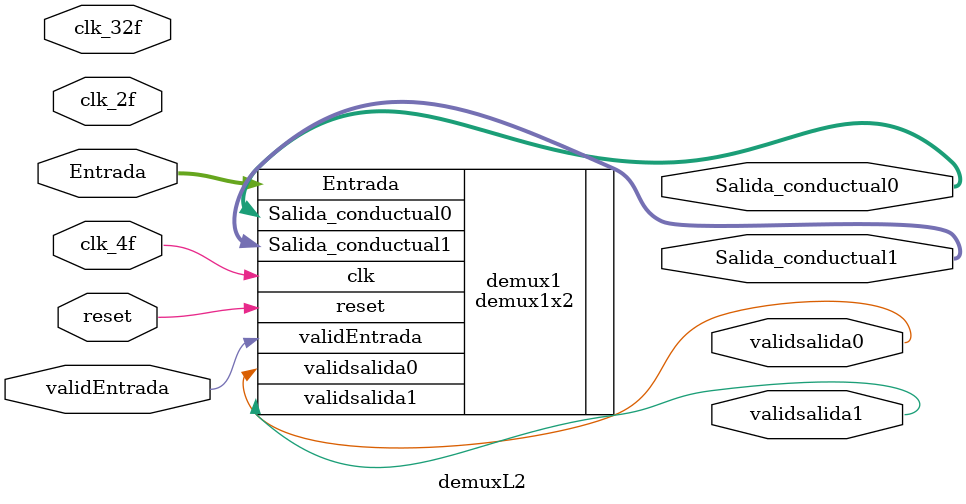
<source format=v>
`include "demux1x2.v"    
module demuxL2(
	//salida 8 bits
    output [7:0]Salida_conductual0,
    output [7:0]Salida_conductual1,
    
    //salida valid
    output validsalida0,
    output validsalida1,
    
    //entradas
    //2 buses de bits de entrada 8 cada uno
    input [7:0]Entrada,
    
    //2 valids entrada
    input validEntrada,
    
    //clk
    input clk_2f,
    input clk_4f,
        input clk_32f,

    input reset);

    demux1x2 demux1(
        //Salidas
        .Salida_conductual0  (Salida_conductual0[7:0]), 
        .Salida_conductual1 (Salida_conductual1[7:0]),
        .validsalida0 (validsalida0),
        .validsalida1 (validsalida1),
        //Entradas
        .Entrada    (Entrada[7:0]),
        .validEntrada   (validEntrada),
        .clk       (clk_4f),
        .reset     (reset)
    );
endmodule

</source>
